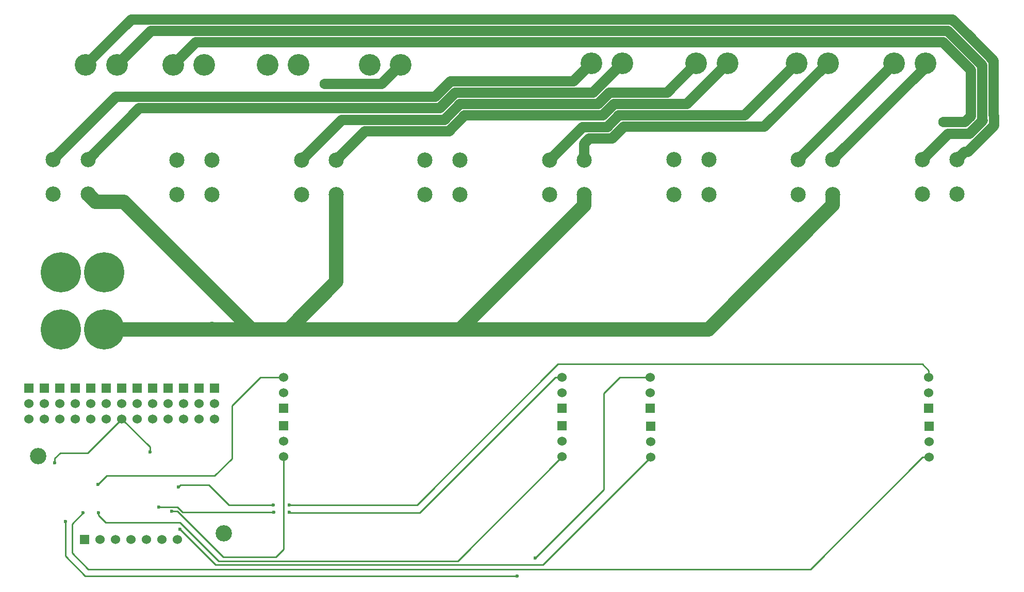
<source format=gtl>
G04 #@! TF.FileFunction,Copper,L1,Top,Signal*
%FSLAX46Y46*%
G04 Gerber Fmt 4.6, Leading zero omitted, Abs format (unit mm)*
G04 Created by KiCad (PCBNEW 4.0.7) date 01/29/18 08:59:29*
%MOMM*%
%LPD*%
G01*
G04 APERTURE LIST*
%ADD10C,0.100000*%
%ADD11C,2.500000*%
%ADD12C,2.692400*%
%ADD13R,1.524000X1.524000*%
%ADD14C,1.524000*%
%ADD15C,6.604000*%
%ADD16C,3.556000*%
%ADD17C,1.727200*%
%ADD18C,0.600000*%
%ADD19C,1.727200*%
%ADD20C,0.254000*%
%ADD21C,2.362200*%
G04 APERTURE END LIST*
D10*
D11*
X64109600Y-76479400D03*
X58409600Y-76479400D03*
X64109600Y-82179400D03*
X58409600Y-82179400D03*
X104861600Y-76530200D03*
X99161600Y-76530200D03*
X104861600Y-82230200D03*
X99161600Y-82230200D03*
D12*
X86440651Y-137952737D03*
X55960651Y-125252737D03*
D13*
X54436651Y-114076737D03*
D14*
X54436651Y-119156737D03*
X78820651Y-138968737D03*
X76280651Y-138968737D03*
X73740651Y-138968737D03*
X71200651Y-138968737D03*
X68660651Y-138968737D03*
X66120651Y-138968737D03*
D13*
X63580651Y-138968737D03*
D14*
X54436651Y-116616737D03*
X56976651Y-119156737D03*
X56976651Y-116616737D03*
X59516651Y-119156737D03*
X59516651Y-116616737D03*
X62056651Y-119156737D03*
X62056651Y-116616737D03*
X64596651Y-119156737D03*
X64596651Y-116616737D03*
X67136651Y-119156737D03*
X67136651Y-116616737D03*
X69676651Y-119156737D03*
X69676651Y-116616737D03*
X72216651Y-119156737D03*
X72216651Y-116616737D03*
X74756651Y-119156737D03*
X74756651Y-116616737D03*
X77296651Y-119156737D03*
X77296651Y-116616737D03*
X79836651Y-119156737D03*
X79836651Y-116616737D03*
X82376651Y-119156737D03*
X82376651Y-116616737D03*
X84916651Y-119156737D03*
X84916651Y-116616737D03*
D13*
X56976651Y-114076737D03*
X59516651Y-114076737D03*
X62056651Y-114076737D03*
X64596651Y-114076737D03*
X67136651Y-114076737D03*
X69676651Y-114076737D03*
X72216651Y-114076737D03*
X74756651Y-114076737D03*
X77296651Y-114076737D03*
X79836651Y-114076737D03*
X82376651Y-114076737D03*
X84916651Y-114076737D03*
D11*
X78753800Y-76525000D03*
X84453800Y-76525000D03*
X78753800Y-82225000D03*
X84453800Y-82225000D03*
D15*
X66802000Y-94996000D03*
X59639200Y-94996000D03*
D16*
X78105000Y-60934600D03*
X83235800Y-60934600D03*
X93599000Y-60909200D03*
X98729800Y-60909200D03*
D11*
X145603200Y-76530200D03*
X139903200Y-76530200D03*
X145603200Y-82230200D03*
X139903200Y-82230200D03*
D13*
X202156942Y-117344262D03*
D14*
X202156942Y-114804262D03*
X202156942Y-112264262D03*
D16*
X146761200Y-60655200D03*
X151892000Y-60655200D03*
D11*
X160349000Y-76510000D03*
X166049000Y-76510000D03*
X160349000Y-82210000D03*
X166049000Y-82210000D03*
D16*
X63754000Y-60934600D03*
X68884800Y-60934600D03*
X164007800Y-60655200D03*
X169138600Y-60655200D03*
X180492400Y-60655200D03*
X185623200Y-60655200D03*
X110363000Y-60909200D03*
X115493800Y-60909200D03*
X196519800Y-60655200D03*
X201650600Y-60655200D03*
D15*
X66802000Y-104394000D03*
X59639200Y-104394000D03*
D13*
X156438600Y-117348000D03*
D14*
X156438600Y-114808000D03*
X156438600Y-112268000D03*
D13*
X202234800Y-120345200D03*
D14*
X202234800Y-122885200D03*
X202234800Y-125425200D03*
D13*
X96240600Y-117344262D03*
D14*
X96240600Y-114804262D03*
X96240600Y-112264262D03*
D13*
X141960600Y-120269000D03*
D14*
X141960600Y-122809000D03*
X141960600Y-125349000D03*
D13*
X141947641Y-117347775D03*
D14*
X141947641Y-114807775D03*
X141947641Y-112267775D03*
D13*
X96226157Y-120271065D03*
D14*
X96226157Y-122811065D03*
X96226157Y-125351065D03*
D13*
X156514800Y-120345200D03*
D14*
X156514800Y-122885200D03*
X156514800Y-125425200D03*
D11*
X186446400Y-76504800D03*
X180746400Y-76504800D03*
X186446400Y-82204800D03*
X180746400Y-82204800D03*
X119471200Y-76530200D03*
X125171200Y-76530200D03*
X119471200Y-82230200D03*
X125171200Y-82230200D03*
X201106800Y-76479400D03*
X206806800Y-76479400D03*
X201106800Y-82179400D03*
X206806800Y-82179400D03*
D17*
X204591026Y-70337006D03*
X103022400Y-64058800D03*
D18*
X63322200Y-134569200D03*
X65760600Y-129946400D03*
X65862200Y-134594600D03*
X58659975Y-126390747D03*
X74280975Y-124612747D03*
X60401200Y-135966200D03*
X134594600Y-144983200D03*
X137591800Y-141986000D03*
X77851000Y-134289800D03*
X78968600Y-130361047D03*
X94513400Y-133299200D03*
X97129600Y-133273800D03*
X79222600Y-137312400D03*
X75742800Y-133604000D03*
X94615000Y-134467600D03*
X97155000Y-134467600D03*
D19*
X212826600Y-60189082D02*
X208737200Y-56099682D01*
X63754000Y-60934600D02*
X71247611Y-53440989D01*
X71247611Y-53440989D02*
X206078507Y-53440989D01*
X206078507Y-53440989D02*
X208737200Y-56099682D01*
X212826600Y-69173052D02*
X212826600Y-60189082D01*
X212928200Y-70916800D02*
X212928200Y-69274652D01*
X212928200Y-69274652D02*
X212826600Y-69173052D01*
X206806800Y-76479400D02*
X208056799Y-75229401D01*
X208056799Y-75229401D02*
X208615599Y-75229401D01*
X208615599Y-75229401D02*
X212928200Y-70916800D01*
X201106800Y-76479400D02*
X205369584Y-72216616D01*
X210946992Y-69951612D02*
X210946992Y-60967641D01*
X205369584Y-72216616D02*
X208885184Y-72216616D01*
X208885184Y-72216616D02*
X211048590Y-70053210D01*
X211048590Y-70053210D02*
X210946992Y-69951612D01*
X210946992Y-60967641D02*
X205299950Y-55320599D01*
X205299950Y-55320599D02*
X74498801Y-55320599D01*
X74498801Y-55320599D02*
X70662799Y-59156601D01*
X70662799Y-59156601D02*
X68884800Y-60934600D01*
X143814800Y-63601600D02*
X146761200Y-60655200D01*
X58409600Y-76479400D02*
X68721990Y-66167010D01*
X68721990Y-66167010D02*
X121090622Y-66167010D01*
X121090622Y-66167010D02*
X123656032Y-63601600D01*
X123656032Y-63601600D02*
X143814800Y-63601600D01*
X147065990Y-65481210D02*
X151892000Y-60655200D01*
X72542380Y-68046620D02*
X121869180Y-68046620D01*
X121869180Y-68046620D02*
X124434590Y-65481210D01*
X124434590Y-65481210D02*
X147065990Y-65481210D01*
X64109600Y-76479400D02*
X72542380Y-68046620D01*
X204521391Y-57200209D02*
X81839391Y-57200209D01*
X81839391Y-57200209D02*
X78105000Y-60934600D01*
X209067382Y-61746200D02*
X204521391Y-57200209D01*
X208106626Y-70337006D02*
X209067382Y-69376250D01*
X209067382Y-69376250D02*
X209067382Y-61746200D01*
X204591026Y-70337006D02*
X208106626Y-70337006D01*
X99161600Y-76530200D02*
X105765570Y-69926230D01*
X105765570Y-69926230D02*
X122647739Y-69926230D01*
X149749569Y-65455800D02*
X159207200Y-65455800D01*
X122647739Y-69926230D02*
X125213149Y-67360820D01*
X125213149Y-67360820D02*
X147844549Y-67360820D01*
X147844549Y-67360820D02*
X149749569Y-65455800D01*
X159207200Y-65455800D02*
X164007800Y-60655200D01*
X104861600Y-76530200D02*
X109585960Y-71805840D01*
X109585960Y-71805840D02*
X123426298Y-71805840D01*
X148623108Y-69240430D02*
X150528128Y-67335410D01*
X123426298Y-71805840D02*
X125991708Y-69240430D01*
X125991708Y-69240430D02*
X148623108Y-69240430D01*
X150528128Y-67335410D02*
X162458390Y-67335410D01*
X162458390Y-67335410D02*
X169138600Y-60655200D01*
X139903200Y-76530200D02*
X145313360Y-71120040D01*
X171932580Y-69215020D02*
X180492400Y-60655200D01*
X145313360Y-71120040D02*
X149401666Y-71120040D01*
X149401666Y-71120040D02*
X151306686Y-69215020D01*
X151306686Y-69215020D02*
X171932580Y-69215020D01*
X145603200Y-76530200D02*
X145603200Y-73852800D01*
X146456350Y-72999650D02*
X150180224Y-72999650D01*
X145603200Y-73852800D02*
X146456350Y-72999650D01*
X150180224Y-72999650D02*
X152085244Y-71094630D01*
X152085244Y-71094630D02*
X175183770Y-71094630D01*
X175183770Y-71094630D02*
X185623200Y-60655200D01*
X103022400Y-64058800D02*
X112344200Y-64058800D01*
X112344200Y-64058800D02*
X115493800Y-60909200D01*
X180746400Y-76504800D02*
X196519800Y-60731400D01*
X196519800Y-60731400D02*
X196519800Y-60655200D01*
X196545200Y-60706000D02*
X196545200Y-60121800D01*
X197002400Y-60136800D02*
X197002400Y-60121800D01*
X186446400Y-76504800D02*
X201650600Y-61300600D01*
X201650600Y-61300600D02*
X201650600Y-60655200D01*
X201676000Y-61275200D02*
X201676000Y-60121800D01*
D20*
X182742170Y-143840200D02*
X64262000Y-143840200D01*
X61493400Y-141198600D02*
X64135000Y-143840200D01*
X64135000Y-143840200D02*
X64262000Y-143840200D01*
X61493400Y-136398000D02*
X61493400Y-141198600D01*
X63322200Y-134569200D02*
X61493400Y-136398000D01*
X202234800Y-125425200D02*
X201157170Y-125425200D01*
X201157170Y-125425200D02*
X182742170Y-143840200D01*
X67208400Y-128498600D02*
X65760600Y-129946400D01*
X84912200Y-128498600D02*
X67208400Y-128498600D01*
X87731600Y-125679200D02*
X84912200Y-128498600D01*
X87731600Y-116992400D02*
X87731600Y-125679200D01*
X92459738Y-112264262D02*
X87731600Y-116992400D01*
X96240600Y-112264262D02*
X92459738Y-112264262D01*
X141960600Y-125349000D02*
X124815600Y-142494000D01*
X124815600Y-142494000D02*
X85572600Y-142494000D01*
X85572600Y-142494000D02*
X79222600Y-136144000D01*
X79222600Y-136144000D02*
X66987336Y-136144000D01*
X66987336Y-136144000D02*
X65862200Y-135018864D01*
X65862200Y-135018864D02*
X65862200Y-134594600D01*
X59548975Y-124739747D02*
X58659975Y-125628747D01*
X58659975Y-125628747D02*
X58659975Y-126390747D01*
X64093641Y-124739747D02*
X59548975Y-124739747D01*
X69676651Y-119156737D02*
X64093641Y-124739747D01*
X74280975Y-123761061D02*
X74280975Y-124612747D01*
X69676651Y-119156737D02*
X74280975Y-123761061D01*
X60401200Y-141706600D02*
X60401200Y-135966200D01*
X63677800Y-144983200D02*
X60401200Y-141706600D01*
X134594600Y-144983200D02*
X63677800Y-144983200D01*
X141681200Y-137896600D02*
X137591800Y-141986000D01*
X148844000Y-130759200D02*
X141706600Y-137896600D01*
X141706600Y-137896600D02*
X141681200Y-137896600D01*
X148844000Y-129387600D02*
X148844000Y-130759200D01*
X148844000Y-114884200D02*
X148844000Y-129387600D01*
X151460200Y-112268000D02*
X148844000Y-114884200D01*
X156438600Y-112268000D02*
X151460200Y-112268000D01*
X78639902Y-134289800D02*
X77851000Y-134289800D01*
X86309200Y-141808200D02*
X78790800Y-134289800D01*
X78790800Y-134289800D02*
X78639902Y-134289800D01*
X86385400Y-141808200D02*
X86309200Y-141808200D01*
X87350600Y-141808200D02*
X86385400Y-141808200D01*
X94970600Y-141808200D02*
X87350600Y-141808200D01*
X96215200Y-134721600D02*
X96215200Y-140563600D01*
X96215200Y-140563600D02*
X94970600Y-141808200D01*
X96215200Y-126439652D02*
X96215200Y-134721600D01*
X96226157Y-125351065D02*
X96226157Y-126428695D01*
X96226157Y-126428695D02*
X96215200Y-126439652D01*
X83947000Y-130022600D02*
X79307047Y-130022600D01*
X79307047Y-130022600D02*
X78968600Y-130361047D01*
X87223600Y-133299200D02*
X83947000Y-130022600D01*
X94513400Y-133299200D02*
X87223600Y-133299200D01*
X118135400Y-133273800D02*
X97129600Y-133273800D01*
X141274800Y-110134400D02*
X118135400Y-133273800D01*
X201104710Y-110134400D02*
X141274800Y-110134400D01*
X202156942Y-112264262D02*
X202156942Y-111186632D01*
X202156942Y-111186632D02*
X201104710Y-110134400D01*
X87350600Y-143154400D02*
X86360000Y-143154400D01*
X86360000Y-143154400D02*
X86080600Y-143154400D01*
X85064600Y-143154400D02*
X86360000Y-143154400D01*
X79222600Y-137312400D02*
X85064600Y-143154400D01*
X138785600Y-143154400D02*
X87350600Y-143154400D01*
X156514800Y-125425200D02*
X138785600Y-143154400D01*
D21*
X93853000Y-104394000D02*
X97053400Y-104394000D01*
X97053400Y-104394000D02*
X118186200Y-104394000D01*
X104861600Y-82230200D02*
X104861600Y-96585800D01*
X104861600Y-96585800D02*
X97053400Y-104394000D01*
X81788000Y-104394000D02*
X93853000Y-104394000D01*
X69992799Y-83429399D02*
X90957400Y-104394000D01*
X90957400Y-104394000D02*
X93853000Y-104394000D01*
X64109600Y-82179400D02*
X65359599Y-83429399D01*
X65359599Y-83429399D02*
X69992799Y-83429399D01*
X84465566Y-104303132D02*
X84465566Y-104394000D01*
X145603200Y-82230200D02*
X145603200Y-83997966D01*
X145603200Y-83997966D02*
X125207166Y-104394000D01*
X125207166Y-104394000D02*
X118186200Y-104394000D01*
X118186200Y-104394000D02*
X162941000Y-104394000D01*
X162941000Y-104394000D02*
X164257200Y-104394000D01*
X186446400Y-83972566D02*
X166024966Y-104394000D01*
X186446400Y-82204800D02*
X186446400Y-83972566D01*
X166024966Y-104394000D02*
X162941000Y-104394000D01*
X66802000Y-104394000D02*
X81788000Y-104394000D01*
X84465566Y-104394000D02*
X81788000Y-104394000D01*
X123439400Y-104394000D02*
X118186200Y-104394000D01*
D20*
X75920600Y-133604000D02*
X75742800Y-133604000D01*
X76174600Y-133604000D02*
X75920600Y-133604000D01*
X78811616Y-133604000D02*
X76174600Y-133604000D01*
X94615000Y-134467600D02*
X79675216Y-134467600D01*
X79675216Y-134467600D02*
X78811616Y-133604000D01*
X118568586Y-134569200D02*
X97256600Y-134569200D01*
X97256600Y-134569200D02*
X97155000Y-134467600D01*
X141947641Y-112267775D02*
X140870011Y-112267775D01*
X140870011Y-112267775D02*
X118568586Y-134569200D01*
M02*

</source>
